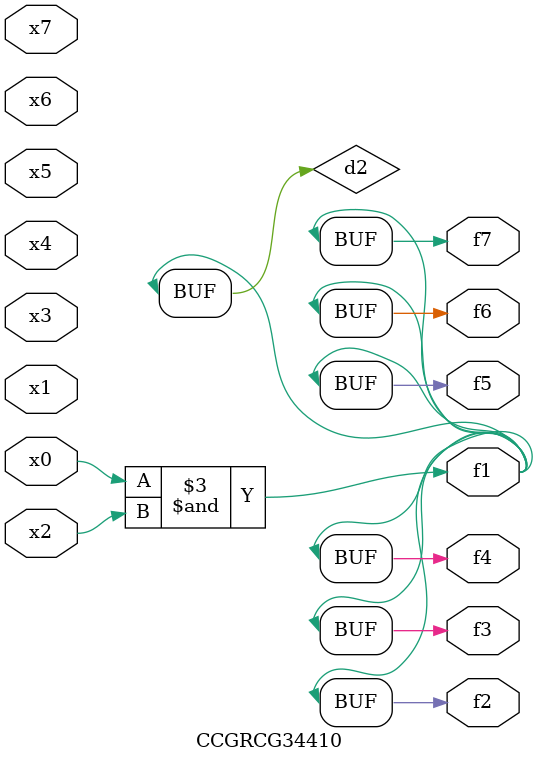
<source format=v>
module CCGRCG34410(
	input x0, x1, x2, x3, x4, x5, x6, x7,
	output f1, f2, f3, f4, f5, f6, f7
);

	wire d1, d2;

	nor (d1, x3, x6);
	and (d2, x0, x2);
	assign f1 = d2;
	assign f2 = d2;
	assign f3 = d2;
	assign f4 = d2;
	assign f5 = d2;
	assign f6 = d2;
	assign f7 = d2;
endmodule

</source>
